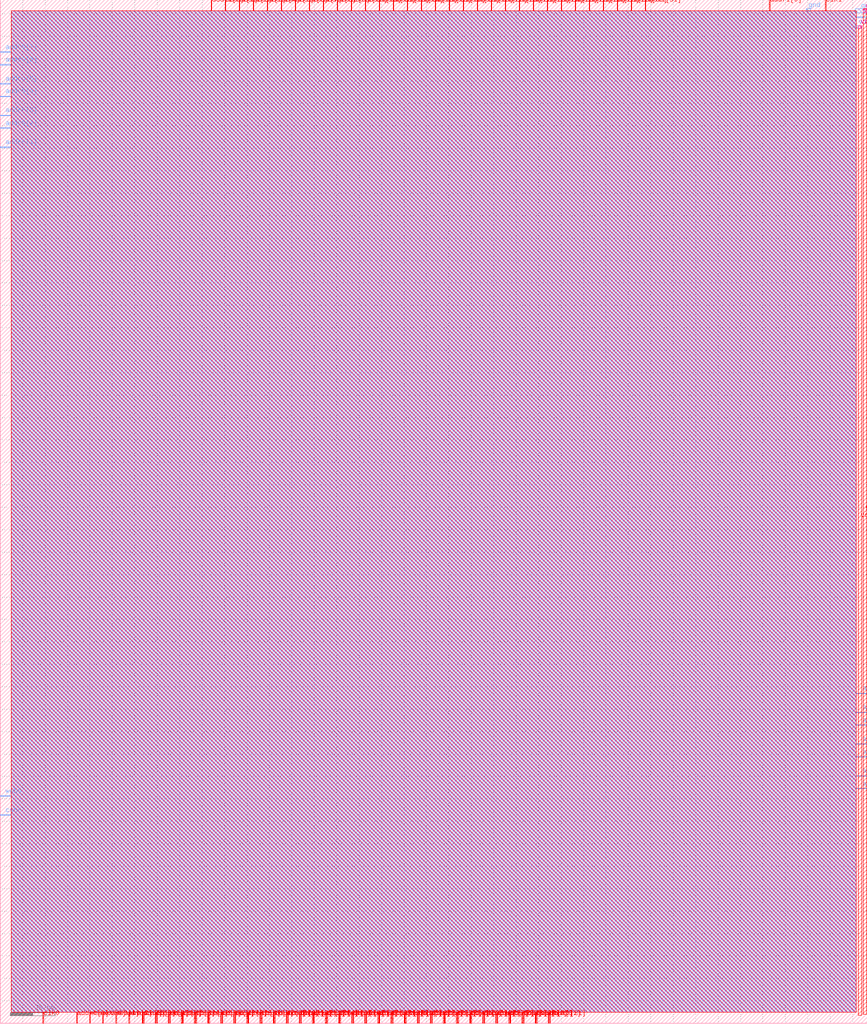
<source format=lef>
VERSION 5.7 ;
  NOWIREEXTENSIONATPIN ON ;
  DIVIDERCHAR "/" ;
  BUSBITCHARS "[]" ;
MACRO sram_1rw1r_32_256_8_sky130
  CLASS BLOCK ;
  FOREIGN sram_1rw1r_32_256_8_sky130 ;
  ORIGIN 0.000 0.000 ;
  SIZE 386.480 BY 456.235 ;
  SYMMETRY X Y R90 ;
  PIN din0[0]
    DIRECTION INPUT ;
    ANTENNAGATEAREA 0.600000 ;
    PORT
      LAYER met4 ;
        RECT 63.210000 0.000000 63.510000 4.600000 ;
    END
  END din0[0]

  PIN din0[1]
    DIRECTION INPUT ;
    ANTENNAGATEAREA 0.600000 ;
    PORT
      LAYER met4 ;
        RECT 69.050000 0.000000 69.350000 4.600000 ;
    END
  END din0[1]

  PIN din0[2]
    DIRECTION INPUT ;
    ANTENNAGATEAREA 0.600000 ;
    PORT
      LAYER met4 ;
        RECT 74.890000 0.000000 75.190000 4.600000 ;
    END
  END din0[2]

  PIN din0[3]
    DIRECTION INPUT ;
    ANTENNAGATEAREA 0.600000 ;
    PORT
      LAYER met4 ;
        RECT 80.730000 0.000000 81.030000 4.600000 ;
    END
  END din0[3]

  PIN din0[4]
    DIRECTION INPUT ;
    ANTENNAGATEAREA 0.600000 ;
    PORT
      LAYER met4 ;
        RECT 86.570000 0.000000 86.870000 4.600000 ;
    END
  END din0[4]

  PIN din0[5]
    DIRECTION INPUT ;
    ANTENNAGATEAREA 0.600000 ;
    PORT
      LAYER met4 ;
        RECT 92.410000 0.000000 92.710000 4.600000 ;
    END
  END din0[5]

  PIN din0[6]
    DIRECTION INPUT ;
    ANTENNAGATEAREA 0.600000 ;
    PORT
      LAYER met4 ;
        RECT 98.250000 0.000000 98.550000 4.600000 ;
    END
  END din0[6]

  PIN din0[7]
    DIRECTION INPUT ;
    ANTENNAGATEAREA 0.600000 ;
    PORT
      LAYER met4 ;
        RECT 104.090000 0.000000 104.390000 4.600000 ;
    END
  END din0[7]

  PIN din0[8]
    DIRECTION INPUT ;
    ANTENNAGATEAREA 0.600000 ;
    PORT
      LAYER met4 ;
        RECT 109.930000 0.000000 110.230000 4.600000 ;
    END
  END din0[8]

  PIN din0[9]
    DIRECTION INPUT ;
    ANTENNAGATEAREA 0.600000 ;
    PORT
      LAYER met4 ;
        RECT 115.770000 0.000000 116.070000 4.600000 ;
    END
  END din0[9]

  PIN din0[10]
    DIRECTION INPUT ;
    ANTENNAGATEAREA 0.600000 ;
    PORT
      LAYER met4 ;
        RECT 121.610000 0.000000 121.910000 4.600000 ;
    END
  END din0[10]

  PIN din0[11]
    DIRECTION INPUT ;
    ANTENNAGATEAREA 0.600000 ;
    PORT
      LAYER met4 ;
        RECT 127.450000 0.000000 127.750000 4.600000 ;
    END
  END din0[11]

  PIN din0[12]
    DIRECTION INPUT ;
    ANTENNAGATEAREA 0.600000 ;
    PORT
      LAYER met4 ;
        RECT 133.290000 0.000000 133.590000 4.600000 ;
    END
  END din0[12]

  PIN din0[13]
    DIRECTION INPUT ;
    ANTENNAGATEAREA 0.600000 ;
    PORT
      LAYER met4 ;
        RECT 139.130000 0.000000 139.430000 4.600000 ;
    END
  END din0[13]

  PIN din0[14]
    DIRECTION INPUT ;
    ANTENNAGATEAREA 0.600000 ;
    PORT
      LAYER met4 ;
        RECT 144.970000 0.000000 145.270000 4.600000 ;
    END
  END din0[14]

  PIN din0[15]
    DIRECTION INPUT ;
    ANTENNAGATEAREA 0.600000 ;
    PORT
      LAYER met4 ;
        RECT 150.810000 0.000000 151.110000 4.600000 ;
    END
  END din0[15]

  PIN din0[16]
    DIRECTION INPUT ;
    ANTENNAGATEAREA 0.600000 ;
    PORT
      LAYER met4 ;
        RECT 156.650000 0.000000 156.950000 4.600000 ;
    END
  END din0[16]

  PIN din0[17]
    DIRECTION INPUT ;
    ANTENNAGATEAREA 0.600000 ;
    PORT
      LAYER met4 ;
        RECT 162.490000 0.000000 162.790000 4.600000 ;
    END
  END din0[17]

  PIN din0[18]
    DIRECTION INPUT ;
    ANTENNAGATEAREA 0.600000 ;
    PORT
      LAYER met4 ;
        RECT 168.330000 0.000000 168.630000 4.600000 ;
    END
  END din0[18]

  PIN din0[19]
    DIRECTION INPUT ;
    ANTENNAGATEAREA 0.600000 ;
    PORT
      LAYER met4 ;
        RECT 174.170000 0.000000 174.470000 4.600000 ;
    END
  END din0[19]

  PIN din0[20]
    DIRECTION INPUT ;
    ANTENNAGATEAREA 0.600000 ;
    PORT
      LAYER met4 ;
        RECT 180.010000 0.000000 180.310000 4.600000 ;
    END
  END din0[20]

  PIN din0[21]
    DIRECTION INPUT ;
    ANTENNAGATEAREA 0.600000 ;
    PORT
      LAYER met4 ;
        RECT 185.850000 0.000000 186.150000 4.600000 ;
    END
  END din0[21]

  PIN din0[22]
    DIRECTION INPUT ;
    ANTENNAGATEAREA 0.600000 ;
    PORT
      LAYER met4 ;
        RECT 191.690000 0.000000 191.990000 4.600000 ;
    END
  END din0[22]

  PIN din0[23]
    DIRECTION INPUT ;
    ANTENNAGATEAREA 0.600000 ;
    PORT
      LAYER met4 ;
        RECT 197.530000 0.000000 197.830000 4.600000 ;
    END
  END din0[23]

  PIN din0[24]
    DIRECTION INPUT ;
    ANTENNAGATEAREA 0.600000 ;
    PORT
      LAYER met4 ;
        RECT 203.370000 0.000000 203.670000 4.600000 ;
    END
  END din0[24]

  PIN din0[25]
    DIRECTION INPUT ;
    ANTENNAGATEAREA 0.600000 ;
    PORT
      LAYER met4 ;
        RECT 209.210000 0.000000 209.510000 4.600000 ;
    END
  END din0[25]

  PIN din0[26]
    DIRECTION INPUT ;
    ANTENNAGATEAREA 0.600000 ;
    PORT
      LAYER met4 ;
        RECT 215.050000 0.000000 215.350000 4.600000 ;
    END
  END din0[26]

  PIN din0[27]
    DIRECTION INPUT ;
    ANTENNAGATEAREA 0.600000 ;
    PORT
      LAYER met4 ;
        RECT 220.890000 0.000000 221.190000 4.600000 ;
    END
  END din0[27]

  PIN din0[28]
    DIRECTION INPUT ;
    ANTENNAGATEAREA 0.600000 ;
    PORT
      LAYER met4 ;
        RECT 226.730000 0.000000 227.030000 4.600000 ;
    END
  END din0[28]

  PIN din0[29]
    DIRECTION INPUT ;
    ANTENNAGATEAREA 0.600000 ;
    PORT
      LAYER met4 ;
        RECT 232.570000 0.000000 232.870000 4.600000 ;
    END
  END din0[29]

  PIN din0[30]
    DIRECTION INPUT ;
    ANTENNAGATEAREA 0.600000 ;
    PORT
      LAYER met4 ;
        RECT 238.410000 0.000000 238.710000 4.600000 ;
    END
  END din0[30]

  PIN din0[31]
    DIRECTION INPUT ;
    ANTENNAGATEAREA 0.600000 ;
    PORT
      LAYER met4 ;
        RECT 244.250000 0.000000 244.550000 4.600000 ;
    END
  END din0[31]

  PIN addr0[0]
    DIRECTION INPUT ;
    ANTENNAGATEAREA 0.600000 ;
    PORT
      LAYER met4 ;
        RECT 34.010000 0.000000 34.310000 4.600000 ;
    END
  END addr0[0]

  PIN addr0[1]
    DIRECTION INPUT ;
    ANTENNAGATEAREA 0.600000 ;
    PORT
      LAYER met3 ;
        RECT 0.000000 390.365000 4.600000 390.665000 ;
    END
  END addr0[1]

  PIN addr0[2]
    DIRECTION INPUT ;
    ANTENNAGATEAREA 0.600000 ;
    PORT
      LAYER met3 ;
        RECT 0.000000 398.865000 4.600000 399.165000 ;
    END
  END addr0[2]

  PIN addr0[3]
    DIRECTION INPUT ;
    ANTENNAGATEAREA 0.600000 ;
    PORT
      LAYER met3 ;
        RECT 0.000000 404.505000 4.600000 404.805000 ;
    END
  END addr0[3]

  PIN addr0[4]
    DIRECTION INPUT ;
    ANTENNAGATEAREA 0.600000 ;
    PORT
      LAYER met3 ;
        RECT 0.000000 413.005000 4.600000 413.305000 ;
    END
  END addr0[4]

  PIN addr0[5]
    DIRECTION INPUT ;
    ANTENNAGATEAREA 0.600000 ;
    PORT
      LAYER met3 ;
        RECT 0.000000 418.645000 4.600000 418.945000 ;
    END
  END addr0[5]

  PIN addr0[6]
    DIRECTION INPUT ;
    ANTENNAGATEAREA 0.600000 ;
    PORT
      LAYER met3 ;
        RECT 0.000000 427.145000 4.600000 427.445000 ;
    END
  END addr0[6]

  PIN addr0[7]
    DIRECTION INPUT ;
    ANTENNAGATEAREA 0.600000 ;
    PORT
      LAYER met3 ;
        RECT 0.000000 432.785000 4.600000 433.085000 ;
    END
  END addr0[7]

  PIN addr1[0]
    DIRECTION INPUT ;
    ANTENNAGATEAREA 0.600000 ;
    PORT
      LAYER met4 ;
        RECT 342.890000 451.635000 343.190000 456.235000 ;
    END
  END addr1[0]

  PIN addr1[1]
    DIRECTION INPUT ;
    ANTENNAGATEAREA 0.600000 ;
    PORT
      LAYER met3 ;
        RECT 381.880000 146.910000 386.480000 147.210000 ;
    END
  END addr1[1]

  PIN addr1[2]
    DIRECTION INPUT ;
    ANTENNAGATEAREA 0.600000 ;
    PORT
      LAYER met3 ;
        RECT 381.880000 138.410000 386.480000 138.710000 ;
    END
  END addr1[2]

  PIN addr1[3]
    DIRECTION INPUT ;
    ANTENNAGATEAREA 0.600000 ;
    PORT
      LAYER met3 ;
        RECT 381.880000 132.770000 386.480000 133.070000 ;
    END
  END addr1[3]

  PIN addr1[4]
    DIRECTION INPUT ;
    ANTENNAGATEAREA 0.600000 ;
    PORT
      LAYER met3 ;
        RECT 381.880000 124.270000 386.480000 124.570000 ;
    END
  END addr1[4]

  PIN addr1[5]
    DIRECTION INPUT ;
    ANTENNAGATEAREA 0.600000 ;
    PORT
      LAYER met3 ;
        RECT 381.880000 118.630000 386.480000 118.930000 ;
    END
  END addr1[5]

  PIN addr1[6]
    DIRECTION INPUT ;
    ANTENNAGATEAREA 0.600000 ;
    PORT
      LAYER met3 ;
        RECT 381.880000 110.130000 386.480000 110.430000 ;
    END
  END addr1[6]

  PIN addr1[7]
    DIRECTION INPUT ;
    ANTENNAGATEAREA 0.600000 ;
    PORT
      LAYER met3 ;
        RECT 381.880000 104.490000 386.480000 104.790000 ;
    END
  END addr1[7]

  PIN csb0
    DIRECTION INPUT ;
    ANTENNAGATEAREA 0.600000 ;
    PORT
      LAYER met3 ;
        RECT 0.000000 92.625000 4.600000 92.925000 ;
    END
  END csb0

  PIN csb1
    DIRECTION INPUT ;
    ANTENNAGATEAREA 0.600000 ;
    PORT
      LAYER met3 ;
        RECT 381.880000 448.265000 386.480000 448.565000 ;
    END
  END csb1

  PIN web0
    DIRECTION INPUT ;
    ANTENNAGATEAREA 0.600000 ;
    PORT
      LAYER met3 ;
        RECT 0.000000 101.125000 4.600000 101.425000 ;
    END
  END web0

  PIN clk0
    DIRECTION INPUT ;
    ANTENNAGATEAREA 0.222000 ;
    PORT
      LAYER met4 ;
        RECT 19.015000 0.000000 19.315000 4.600000 ;
    END
  END clk0

  PIN clk1
    DIRECTION INPUT ;
    ANTENNAGATEAREA 0.222000 ;
    PORT
      LAYER met4 ;
        RECT 367.865000 451.635000 368.165000 456.235000 ;
    END
  END clk1

  PIN wmask0[0]
    DIRECTION INPUT ;
    ANTENNAGATEAREA 0.600000 ;
    PORT
      LAYER met4 ;
        RECT 39.850000 0.000000 40.150000 4.600000 ;
    END
  END wmask0[0]

  PIN wmask0[1]
    DIRECTION INPUT ;
    ANTENNAGATEAREA 0.600000 ;
    PORT
      LAYER met4 ;
        RECT 45.690000 0.000000 45.990000 4.600000 ;
    END
  END wmask0[1]

  PIN wmask0[2]
    DIRECTION INPUT ;
    ANTENNAGATEAREA 0.600000 ;
    PORT
      LAYER met4 ;
        RECT 51.530000 0.000000 51.830000 4.600000 ;
    END
  END wmask0[2]

  PIN wmask0[3]
    DIRECTION INPUT ;
    ANTENNAGATEAREA 0.600000 ;
    PORT
      LAYER met4 ;
        RECT 57.370000 0.000000 57.670000 4.600000 ;
    END
  END wmask0[3]

  PIN dout0[0]
    DIRECTION OUTPUT ;
    ANTENNADIFFAREA 0.553900 ;
    PORT
      LAYER met4 ;
        RECT 63.830000 0.000000 64.130000 4.600000 ;
    END
  END dout0[0]

  PIN dout0[1]
    DIRECTION OUTPUT ;
    ANTENNADIFFAREA 0.553900 ;
    PORT
      LAYER met4 ;
        RECT 69.670000 0.000000 69.970000 4.600000 ;
    END
  END dout0[1]

  PIN dout0[2]
    DIRECTION OUTPUT ;
    ANTENNADIFFAREA 0.553900 ;
    PORT
      LAYER met4 ;
        RECT 75.510000 0.000000 75.810000 4.600000 ;
    END
  END dout0[2]

  PIN dout0[3]
    DIRECTION OUTPUT ;
    ANTENNADIFFAREA 0.553900 ;
    PORT
      LAYER met4 ;
        RECT 81.350000 0.000000 81.650000 4.600000 ;
    END
  END dout0[3]

  PIN dout0[4]
    DIRECTION OUTPUT ;
    ANTENNADIFFAREA 0.553900 ;
    PORT
      LAYER met4 ;
        RECT 87.190000 0.000000 87.490000 4.600000 ;
    END
  END dout0[4]

  PIN dout0[5]
    DIRECTION OUTPUT ;
    ANTENNADIFFAREA 0.553900 ;
    PORT
      LAYER met4 ;
        RECT 93.030000 0.000000 93.330000 4.600000 ;
    END
  END dout0[5]

  PIN dout0[6]
    DIRECTION OUTPUT ;
    ANTENNADIFFAREA 0.553900 ;
    PORT
      LAYER met4 ;
        RECT 98.870000 0.000000 99.170000 4.600000 ;
    END
  END dout0[6]

  PIN dout0[7]
    DIRECTION OUTPUT ;
    ANTENNADIFFAREA 0.553900 ;
    PORT
      LAYER met4 ;
        RECT 104.710000 0.000000 105.010000 4.600000 ;
    END
  END dout0[7]

  PIN dout0[8]
    DIRECTION OUTPUT ;
    ANTENNADIFFAREA 0.553900 ;
    PORT
      LAYER met4 ;
        RECT 110.550000 0.000000 110.850000 4.600000 ;
    END
  END dout0[8]

  PIN dout0[9]
    DIRECTION OUTPUT ;
    ANTENNADIFFAREA 0.553900 ;
    PORT
      LAYER met4 ;
        RECT 116.390000 0.000000 116.690000 4.600000 ;
    END
  END dout0[9]

  PIN dout0[10]
    DIRECTION OUTPUT ;
    ANTENNADIFFAREA 0.553900 ;
    PORT
      LAYER met4 ;
        RECT 122.230000 0.000000 122.530000 4.600000 ;
    END
  END dout0[10]

  PIN dout0[11]
    DIRECTION OUTPUT ;
    ANTENNADIFFAREA 0.553900 ;
    PORT
      LAYER met4 ;
        RECT 128.070000 0.000000 128.370000 4.600000 ;
    END
  END dout0[11]

  PIN dout0[12]
    DIRECTION OUTPUT ;
    ANTENNADIFFAREA 0.553900 ;
    PORT
      LAYER met4 ;
        RECT 133.910000 0.000000 134.210000 4.600000 ;
    END
  END dout0[12]

  PIN dout0[13]
    DIRECTION OUTPUT ;
    ANTENNADIFFAREA 0.553900 ;
    PORT
      LAYER met4 ;
        RECT 139.750000 0.000000 140.050000 4.600000 ;
    END
  END dout0[13]

  PIN dout0[14]
    DIRECTION OUTPUT ;
    ANTENNADIFFAREA 0.553900 ;
    PORT
      LAYER met4 ;
        RECT 145.590000 0.000000 145.890000 4.600000 ;
    END
  END dout0[14]

  PIN dout0[15]
    DIRECTION OUTPUT ;
    ANTENNADIFFAREA 0.553900 ;
    PORT
      LAYER met4 ;
        RECT 151.430000 0.000000 151.730000 4.600000 ;
    END
  END dout0[15]

  PIN dout0[16]
    DIRECTION OUTPUT ;
    ANTENNADIFFAREA 0.553900 ;
    PORT
      LAYER met4 ;
        RECT 157.270000 0.000000 157.570000 4.600000 ;
    END
  END dout0[16]

  PIN dout0[17]
    DIRECTION OUTPUT ;
    ANTENNADIFFAREA 0.553900 ;
    PORT
      LAYER met4 ;
        RECT 163.110000 0.000000 163.410000 4.600000 ;
    END
  END dout0[17]

  PIN dout0[18]
    DIRECTION OUTPUT ;
    ANTENNADIFFAREA 0.553900 ;
    PORT
      LAYER met4 ;
        RECT 168.950000 0.000000 169.250000 4.600000 ;
    END
  END dout0[18]

  PIN dout0[19]
    DIRECTION OUTPUT ;
    ANTENNADIFFAREA 0.553900 ;
    PORT
      LAYER met4 ;
        RECT 174.790000 0.000000 175.090000 4.600000 ;
    END
  END dout0[19]

  PIN dout0[20]
    DIRECTION OUTPUT ;
    ANTENNADIFFAREA 0.553900 ;
    PORT
      LAYER met4 ;
        RECT 180.630000 0.000000 180.930000 4.600000 ;
    END
  END dout0[20]

  PIN dout0[21]
    DIRECTION OUTPUT ;
    ANTENNADIFFAREA 0.553900 ;
    PORT
      LAYER met4 ;
        RECT 186.470000 0.000000 186.770000 4.600000 ;
    END
  END dout0[21]

  PIN dout0[22]
    DIRECTION OUTPUT ;
    ANTENNADIFFAREA 0.553900 ;
    PORT
      LAYER met4 ;
        RECT 192.310000 0.000000 192.610000 4.600000 ;
    END
  END dout0[22]

  PIN dout0[23]
    DIRECTION OUTPUT ;
    ANTENNADIFFAREA 0.553900 ;
    PORT
      LAYER met4 ;
        RECT 198.150000 0.000000 198.450000 4.600000 ;
    END
  END dout0[23]

  PIN dout0[24]
    DIRECTION OUTPUT ;
    ANTENNADIFFAREA 0.553900 ;
    PORT
      LAYER met4 ;
        RECT 203.990000 0.000000 204.290000 4.600000 ;
    END
  END dout0[24]

  PIN dout0[25]
    DIRECTION OUTPUT ;
    ANTENNADIFFAREA 0.553900 ;
    PORT
      LAYER met4 ;
        RECT 209.830000 0.000000 210.130000 4.600000 ;
    END
  END dout0[25]

  PIN dout0[26]
    DIRECTION OUTPUT ;
    ANTENNADIFFAREA 0.553900 ;
    PORT
      LAYER met4 ;
        RECT 215.670000 0.000000 215.970000 4.600000 ;
    END
  END dout0[26]

  PIN dout0[27]
    DIRECTION OUTPUT ;
    ANTENNADIFFAREA 0.553900 ;
    PORT
      LAYER met4 ;
        RECT 221.510000 0.000000 221.810000 4.600000 ;
    END
  END dout0[27]

  PIN dout0[28]
    DIRECTION OUTPUT ;
    ANTENNADIFFAREA 0.553900 ;
    PORT
      LAYER met4 ;
        RECT 227.350000 0.000000 227.650000 4.600000 ;
    END
  END dout0[28]

  PIN dout0[29]
    DIRECTION OUTPUT ;
    ANTENNADIFFAREA 0.553900 ;
    PORT
      LAYER met4 ;
        RECT 233.190000 0.000000 233.490000 4.600000 ;
    END
  END dout0[29]

  PIN dout0[30]
    DIRECTION OUTPUT ;
    ANTENNADIFFAREA 0.553900 ;
    PORT
      LAYER met4 ;
        RECT 239.030000 0.000000 239.330000 4.600000 ;
    END
  END dout0[30]

  PIN dout0[31]
    DIRECTION OUTPUT ;
    ANTENNADIFFAREA 0.553900 ;
    PORT
      LAYER met4 ;
        RECT 244.870000 0.000000 245.170000 4.600000 ;
    END
  END dout0[31]

  PIN dout1[0]
    DIRECTION OUTPUT ;
    ANTENNADIFFAREA 0.553900 ;
    PORT
      LAYER met4 ;
        RECT 94.025000 451.635000 94.325000 456.235000 ;
    END
  END dout1[0]

  PIN dout1[1]
    DIRECTION OUTPUT ;
    ANTENNADIFFAREA 0.553900 ;
    PORT
      LAYER met4 ;
        RECT 100.265000 451.635000 100.565000 456.235000 ;
    END
  END dout1[1]

  PIN dout1[2]
    DIRECTION OUTPUT ;
    ANTENNADIFFAREA 0.553900 ;
    PORT
      LAYER met4 ;
        RECT 106.505000 451.635000 106.805000 456.235000 ;
    END
  END dout1[2]

  PIN dout1[3]
    DIRECTION OUTPUT ;
    ANTENNADIFFAREA 0.553900 ;
    PORT
      LAYER met4 ;
        RECT 112.745000 451.635000 113.045000 456.235000 ;
    END
  END dout1[3]

  PIN dout1[4]
    DIRECTION OUTPUT ;
    ANTENNADIFFAREA 0.553900 ;
    PORT
      LAYER met4 ;
        RECT 118.985000 451.635000 119.285000 456.235000 ;
    END
  END dout1[4]

  PIN dout1[5]
    DIRECTION OUTPUT ;
    ANTENNADIFFAREA 0.553900 ;
    PORT
      LAYER met4 ;
        RECT 125.225000 451.635000 125.525000 456.235000 ;
    END
  END dout1[5]

  PIN dout1[6]
    DIRECTION OUTPUT ;
    ANTENNADIFFAREA 0.553900 ;
    PORT
      LAYER met4 ;
        RECT 131.465000 451.635000 131.765000 456.235000 ;
    END
  END dout1[6]

  PIN dout1[7]
    DIRECTION OUTPUT ;
    ANTENNADIFFAREA 0.553900 ;
    PORT
      LAYER met4 ;
        RECT 137.705000 451.635000 138.005000 456.235000 ;
    END
  END dout1[7]

  PIN dout1[8]
    DIRECTION OUTPUT ;
    ANTENNADIFFAREA 0.553900 ;
    PORT
      LAYER met4 ;
        RECT 143.945000 451.635000 144.245000 456.235000 ;
    END
  END dout1[8]

  PIN dout1[9]
    DIRECTION OUTPUT ;
    ANTENNADIFFAREA 0.553900 ;
    PORT
      LAYER met4 ;
        RECT 150.185000 451.635000 150.485000 456.235000 ;
    END
  END dout1[9]

  PIN dout1[10]
    DIRECTION OUTPUT ;
    ANTENNADIFFAREA 0.553900 ;
    PORT
      LAYER met4 ;
        RECT 156.425000 451.635000 156.725000 456.235000 ;
    END
  END dout1[10]

  PIN dout1[11]
    DIRECTION OUTPUT ;
    ANTENNADIFFAREA 0.553900 ;
    PORT
      LAYER met4 ;
        RECT 162.665000 451.635000 162.965000 456.235000 ;
    END
  END dout1[11]

  PIN dout1[12]
    DIRECTION OUTPUT ;
    ANTENNADIFFAREA 0.553900 ;
    PORT
      LAYER met4 ;
        RECT 168.905000 451.635000 169.205000 456.235000 ;
    END
  END dout1[12]

  PIN dout1[13]
    DIRECTION OUTPUT ;
    ANTENNADIFFAREA 0.553900 ;
    PORT
      LAYER met4 ;
        RECT 175.145000 451.635000 175.445000 456.235000 ;
    END
  END dout1[13]

  PIN dout1[14]
    DIRECTION OUTPUT ;
    ANTENNADIFFAREA 0.553900 ;
    PORT
      LAYER met4 ;
        RECT 181.385000 451.635000 181.685000 456.235000 ;
    END
  END dout1[14]

  PIN dout1[15]
    DIRECTION OUTPUT ;
    ANTENNADIFFAREA 0.553900 ;
    PORT
      LAYER met4 ;
        RECT 187.625000 451.635000 187.925000 456.235000 ;
    END
  END dout1[15]

  PIN dout1[16]
    DIRECTION OUTPUT ;
    ANTENNADIFFAREA 0.553900 ;
    PORT
      LAYER met4 ;
        RECT 193.865000 451.635000 194.165000 456.235000 ;
    END
  END dout1[16]

  PIN dout1[17]
    DIRECTION OUTPUT ;
    ANTENNADIFFAREA 0.553900 ;
    PORT
      LAYER met4 ;
        RECT 200.105000 451.635000 200.405000 456.235000 ;
    END
  END dout1[17]

  PIN dout1[18]
    DIRECTION OUTPUT ;
    ANTENNADIFFAREA 0.553900 ;
    PORT
      LAYER met4 ;
        RECT 206.345000 451.635000 206.645000 456.235000 ;
    END
  END dout1[18]

  PIN dout1[19]
    DIRECTION OUTPUT ;
    ANTENNADIFFAREA 0.553900 ;
    PORT
      LAYER met4 ;
        RECT 212.585000 451.635000 212.885000 456.235000 ;
    END
  END dout1[19]

  PIN dout1[20]
    DIRECTION OUTPUT ;
    ANTENNADIFFAREA 0.553900 ;
    PORT
      LAYER met4 ;
        RECT 218.825000 451.635000 219.125000 456.235000 ;
    END
  END dout1[20]

  PIN dout1[21]
    DIRECTION OUTPUT ;
    ANTENNADIFFAREA 0.553900 ;
    PORT
      LAYER met4 ;
        RECT 225.065000 451.635000 225.365000 456.235000 ;
    END
  END dout1[21]

  PIN dout1[22]
    DIRECTION OUTPUT ;
    ANTENNADIFFAREA 0.553900 ;
    PORT
      LAYER met4 ;
        RECT 231.305000 451.635000 231.605000 456.235000 ;
    END
  END dout1[22]

  PIN dout1[23]
    DIRECTION OUTPUT ;
    ANTENNADIFFAREA 0.553900 ;
    PORT
      LAYER met4 ;
        RECT 237.545000 451.635000 237.845000 456.235000 ;
    END
  END dout1[23]

  PIN dout1[24]
    DIRECTION OUTPUT ;
    ANTENNADIFFAREA 0.553900 ;
    PORT
      LAYER met4 ;
        RECT 243.785000 451.635000 244.085000 456.235000 ;
    END
  END dout1[24]

  PIN dout1[25]
    DIRECTION OUTPUT ;
    ANTENNADIFFAREA 0.553900 ;
    PORT
      LAYER met4 ;
        RECT 250.025000 451.635000 250.325000 456.235000 ;
    END
  END dout1[25]

  PIN dout1[26]
    DIRECTION OUTPUT ;
    ANTENNADIFFAREA 0.553900 ;
    PORT
      LAYER met4 ;
        RECT 256.265000 451.635000 256.565000 456.235000 ;
    END
  END dout1[26]

  PIN dout1[27]
    DIRECTION OUTPUT ;
    ANTENNADIFFAREA 0.553900 ;
    PORT
      LAYER met4 ;
        RECT 262.505000 451.635000 262.805000 456.235000 ;
    END
  END dout1[27]

  PIN dout1[28]
    DIRECTION OUTPUT ;
    ANTENNADIFFAREA 0.553900 ;
    PORT
      LAYER met4 ;
        RECT 268.745000 451.635000 269.045000 456.235000 ;
    END
  END dout1[28]

  PIN dout1[29]
    DIRECTION OUTPUT ;
    ANTENNADIFFAREA 0.553900 ;
    PORT
      LAYER met4 ;
        RECT 274.985000 451.635000 275.285000 456.235000 ;
    END
  END dout1[29]

  PIN dout1[30]
    DIRECTION OUTPUT ;
    ANTENNADIFFAREA 0.553900 ;
    PORT
      LAYER met4 ;
        RECT 281.225000 451.635000 281.525000 456.235000 ;
    END
  END dout1[30]

  PIN dout1[31]
    DIRECTION OUTPUT ;
    ANTENNADIFFAREA 0.553900 ;
    PORT
      LAYER met4 ;
        RECT 287.465000 451.635000 287.765000 456.235000 ;
    END
  END dout1[31]

  PIN vdd
    DIRECTION INOUT ;
    USE POWER ;
    PORT
      LAYER met3 ;
        RECT 381.040 443.600 384.050 444.660 ;
      LAYER via3 ;
        RECT 382.500 443.620 384.020 444.630 ;
      LAYER met4 ;
        RECT 382.470 3.670 384.070 444.680 ;
    END
  END vdd

  PIN gnd
    DIRECTION INOUT ;
    USE GROUND ;
    PORT
      LAYER met3 ;
        RECT 359.280 451.080 361.020 452.140 ;
    END
    PORT
      LAYER met3 ;
        RECT 381.040 450.400 386.300 452.140 ;
      LAYER via3 ;
        RECT 384.720 450.440 386.240 452.050 ;
      LAYER met4 ;
        RECT 384.690 4.060 386.310 452.140 ;
    END
  END gnd

  OBS
     LAYER li1 ;
       RECT 5.000 5.000 381.480 451.235 ;
     LAYER met1 ;
       RECT 5.000 5.000 381.480 451.235 ;
     LAYER met2 ;
       RECT 5.000 5.000 381.480 451.235 ;
     LAYER met3 ;
       RECT 5.000 5.000 381.480 451.235 ;
     LAYER met4 ;
       RECT 5.000 5.000 381.480 451.235 ;
  END
END sram_1rw1r_32_256_8_sky130
END LIBRARY


</source>
